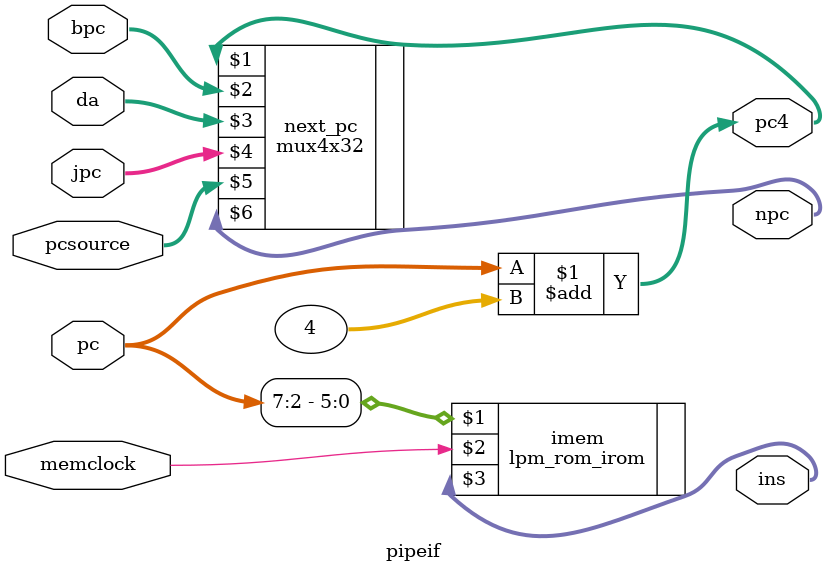
<source format=v>
module pipeif (pcsource, pc, bpc, da, jpc, npc, pc4, ins, memclock);
	input [1:0] pcsource;
	input [31:0] pc, bpc, da, jpc;
	input memclock;
	output [31:0] npc, pc4, ins;
	
	assign pc4 = pc + 32'h4;
	mux4x32 next_pc (pc4, bpc, da, jpc, pcsource, npc);
	lpm_rom_irom imem (pc[7:2], memclock, ins);
endmodule

</source>
